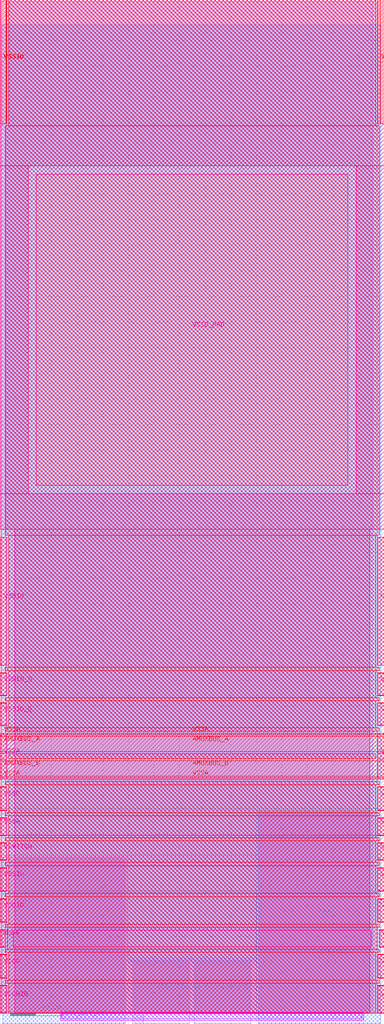
<source format=lef>
VERSION 5.8 ;
  NOWIREEXTENSIONATPIN ON ;
  DIVIDERCHAR "/" ;
  BUSBITCHARS "[]" ;
MACRO sky130_ef_io__vssd_hvc_pad
  CLASS PAD POWER ;
  FOREIGN sky130_ef_io__vssd_hvc_pad ;
  ORIGIN 0.000 0.000 ;
  SIZE 75.000 BY 197.965 ;
  PIN AMUXBUS_A
    DIRECTION INOUT ;
    USE SIGNAL ;
    PORT
      LAYER met4 ;
        RECT 0.000 51.090 75.000 54.070 ;
    END
    PORT
      LAYER met4 ;
        RECT 0.000 51.090 1.270 54.070 ;
    END
  END AMUXBUS_A
  PIN AMUXBUS_B
    DIRECTION INOUT ;
    USE SIGNAL ;
    PORT
      LAYER met4 ;
        RECT 0.000 46.330 75.000 49.310 ;
    END
    PORT
      LAYER met4 ;
        RECT 0.000 46.330 1.270 49.310 ;
    END
  END AMUXBUS_B
  PIN DRN_HVC
    DIRECTION INOUT ;
    USE POWER ;
    PORT
      LAYER met2 ;
        RECT 50.390 -2.035 74.290 23.625 ;
    END
    PORT
      LAYER met3 ;
        RECT 37.890 -2.035 48.890 10.345 ;
    END
  END DRN_HVC
  PIN SRC_BDY_HVC
    DIRECTION INOUT ;
    USE GROUND ;
    PORT
      LAYER met2 ;
        RECT 0.495 -2.035 24.395 0.020 ;
    END
    PORT
      LAYER met3 ;
        RECT 25.895 -2.035 36.895 10.390 ;
    END
  END SRC_BDY_HVC
  PIN VSSD_PAD
    DIRECTION INOUT ;
    USE GROUND ;
    PORT
      LAYER met5 ;
        RECT 7.050 103.085 67.890 163.910 ;
    END
  END VSSD_PAD
  PIN VSSA
    DIRECTION INOUT ;
    USE GROUND ;
    PORT
      LAYER met5 ;
        RECT 73.730 45.700 75.000 54.700 ;
    END
    PORT
      LAYER met5 ;
        RECT 73.730 34.805 75.000 38.050 ;
    END
    PORT
      LAYER met5 ;
        RECT 0.000 45.700 1.270 54.700 ;
    END
    PORT
      LAYER met5 ;
        RECT 0.000 34.805 1.270 38.050 ;
    END
    PORT
      LAYER met4 ;
        RECT 73.730 49.610 75.000 50.790 ;
    END
    PORT
      LAYER met4 ;
        RECT 0.000 54.370 75.000 54.700 ;
    END
    PORT
      LAYER met4 ;
        RECT 0.000 45.700 75.000 46.030 ;
    END
    PORT
      LAYER met4 ;
        RECT 73.730 34.700 75.000 38.150 ;
    END
    PORT
      LAYER met4 ;
        RECT 0.000 45.700 1.270 46.030 ;
    END
    PORT
      LAYER met4 ;
        RECT 0.000 49.610 1.270 50.790 ;
    END
    PORT
      LAYER met4 ;
        RECT 0.000 54.370 1.270 54.700 ;
    END
    PORT
      LAYER met4 ;
        RECT 0.000 34.700 1.270 38.150 ;
    END
  END VSSA
  PIN VDDA
    DIRECTION INOUT ;
    USE POWER ;
    PORT
      LAYER met5 ;
        RECT 74.035 13.000 75.000 16.250 ;
    END
    PORT
      LAYER met5 ;
        RECT 0.000 13.000 0.965 16.250 ;
    END
    PORT
      LAYER met4 ;
        RECT 74.035 12.900 75.000 16.350 ;
    END
    PORT
      LAYER met4 ;
        RECT 0.000 12.900 0.965 16.350 ;
    END
  END VDDA
  PIN VSWITCH
    DIRECTION INOUT ;
    USE POWER ;
    PORT
      LAYER met5 ;
        RECT 73.730 29.950 75.000 33.200 ;
    END
    PORT
      LAYER met5 ;
        RECT 0.000 29.950 1.270 33.200 ;
    END
    PORT
      LAYER met4 ;
        RECT 73.730 29.850 75.000 33.300 ;
    END
    PORT
      LAYER met4 ;
        RECT 0.000 29.850 1.270 33.300 ;
    END
  END VSWITCH
  PIN VDDIO_Q
    DIRECTION INOUT ;
    USE POWER ;
    PORT
      LAYER met5 ;
        RECT 73.730 62.150 75.000 66.400 ;
    END
    PORT
      LAYER met5 ;
        RECT 0.000 62.150 1.270 66.400 ;
    END
    PORT
      LAYER met4 ;
        RECT 73.730 62.050 75.000 66.500 ;
    END
    PORT
      LAYER met4 ;
        RECT 0.000 62.050 1.270 66.500 ;
    END
  END VDDIO_Q
  PIN VCCHIB
    DIRECTION INOUT ;
    USE POWER ;
    PORT
      LAYER met5 ;
        RECT 73.730 0.100 75.000 5.350 ;
    END
    PORT
      LAYER met5 ;
        RECT 0.000 0.100 1.270 5.350 ;
    END
    PORT
      LAYER met4 ;
        RECT 73.730 0.000 75.000 5.450 ;
    END
    PORT
      LAYER met4 ;
        RECT 0.000 0.000 1.270 5.450 ;
    END
  END VCCHIB
  PIN VDDIO
    DIRECTION INOUT ;
    USE POWER ;
    PORT
      LAYER met5 ;
        RECT 73.730 68.000 75.000 92.950 ;
    END
    PORT
      LAYER met5 ;
        RECT 73.730 17.850 75.000 22.300 ;
    END
    PORT
      LAYER met5 ;
        RECT 0.000 68.000 1.270 92.950 ;
    END
    PORT
      LAYER met5 ;
        RECT 0.000 17.850 1.270 22.300 ;
    END
    PORT
      LAYER met4 ;
        RECT 73.730 17.750 75.000 22.400 ;
    END
    PORT
      LAYER met4 ;
        RECT 73.730 68.000 75.000 92.965 ;
    END
    PORT
      LAYER met4 ;
        RECT 0.000 17.750 1.270 22.400 ;
    END
    PORT
      LAYER met4 ;
        RECT 0.000 68.000 1.270 92.965 ;
    END
  END VDDIO
  PIN VCCD
    DIRECTION INOUT ;
    USE POWER ;
    PORT
      LAYER met5 ;
        RECT 73.730 6.950 75.000 11.400 ;
    END
    PORT
      LAYER met5 ;
        RECT 0.000 6.950 1.270 11.400 ;
    END
    PORT
      LAYER met4 ;
        RECT 73.730 6.850 75.000 11.500 ;
    END
    PORT
      LAYER met4 ;
        RECT 0.000 6.850 1.270 11.500 ;
    END
  END VCCD
  PIN VSSIO
    DIRECTION INOUT ;
    USE GROUND ;
    PORT
      LAYER met4 ;
        RECT 0.000 173.750 1.205 197.965 ;
    END
    PORT
      LAYER met4 ;
        RECT 74.225 173.750 75.000 197.965 ;
    END
    PORT
      LAYER met5 ;
        RECT 73.730 23.900 75.000 28.350 ;
    END
    PORT
      LAYER met5 ;
        RECT 0.000 23.900 1.270 28.350 ;
    END
    PORT
      LAYER met4 ;
        RECT 73.730 23.800 75.000 28.450 ;
    END
    PORT
      LAYER met4 ;
        RECT 73.730 173.750 75.000 197.965 ;
    END
    PORT
      LAYER met4 ;
        RECT 0.000 173.750 1.270 197.965 ;
    END
    PORT
      LAYER met4 ;
        RECT 0.000 23.800 1.270 28.450 ;
    END
  END VSSIO
  PIN VSSD
    DIRECTION INOUT ;
    USE GROUND ;
    PORT
      CLASS CORE ;
      LAYER met3 ;
        RECT 0.495 -2.035 24.395 30.480 ;
    END
    PORT
      CLASS CORE ;
      LAYER met3 ;
        RECT 50.390 -2.035 74.290 39.565 ;
    END
    PORT
      LAYER met5 ;
        RECT 73.730 39.650 75.000 44.100 ;
    END
    PORT
      LAYER met5 ;
        RECT 0.000 39.650 1.270 44.100 ;
    END
    PORT
      LAYER met4 ;
        RECT 73.730 39.550 75.000 44.200 ;
    END
    PORT
      LAYER met4 ;
        RECT 0.000 39.550 1.270 44.200 ;
    END
  END VSSD
  PIN VSSIO_Q
    DIRECTION INOUT ;
    USE GROUND ;
    PORT
      LAYER met5 ;
        RECT 73.730 56.300 75.000 60.550 ;
    END
    PORT
      LAYER met5 ;
        RECT 0.000 56.300 1.270 60.550 ;
    END
    PORT
      LAYER met4 ;
        RECT 73.730 56.200 75.000 60.650 ;
    END
    PORT
      LAYER met4 ;
        RECT 0.000 56.200 1.270 60.650 ;
    END
  END VSSIO_Q
  OBS
      LAYER nwell ;
        RECT 11.860 -1.350 70.965 0.170 ;
      LAYER li1 ;
        RECT 1.070 0.000 72.775 197.660 ;
        RECT 12.065 -0.145 13.045 0.000 ;
        RECT 69.760 -0.145 70.650 0.000 ;
        RECT 12.065 -1.035 70.650 -0.145 ;
      LAYER met1 ;
        RECT 0.185 0.000 73.620 197.690 ;
        RECT 12.035 -0.115 13.350 0.000 ;
        POLYGON 13.350 0.000 13.465 -0.115 13.350 -0.115 ;
        POLYGON 69.540 0.000 69.540 -0.115 69.425 -0.115 ;
        RECT 69.540 -0.115 70.680 0.000 ;
        RECT 12.035 -1.065 70.680 -0.115 ;
      LAYER met2 ;
        RECT 0.265 23.905 74.290 193.040 ;
        RECT 0.265 0.300 50.110 23.905 ;
        RECT 24.675 0.000 50.110 0.300 ;
        RECT 25.895 -2.035 27.895 -0.115 ;
      LAYER met3 ;
        RECT 0.240 39.965 74.290 193.065 ;
        RECT 0.240 30.880 49.990 39.965 ;
        RECT 24.795 10.790 49.990 30.880 ;
        RECT 24.795 10.345 25.495 10.790 ;
        RECT 37.295 10.745 49.990 10.790 ;
        RECT 37.295 10.345 37.490 10.745 ;
        RECT 49.290 10.345 49.990 10.745 ;
      LAYER met4 ;
        RECT 1.670 173.350 73.330 197.965 ;
        RECT 0.965 93.365 74.035 173.350 ;
        RECT 1.670 67.600 73.330 93.365 ;
        RECT 0.965 66.900 74.035 67.600 ;
        RECT 1.670 61.650 73.330 66.900 ;
        RECT 0.965 61.050 74.035 61.650 ;
        RECT 1.670 55.800 73.330 61.050 ;
        RECT 0.965 55.100 74.035 55.800 ;
        RECT 1.670 49.710 73.330 50.690 ;
        RECT 0.965 44.600 74.035 45.300 ;
        RECT 1.670 39.150 73.330 44.600 ;
        RECT 0.965 38.550 74.035 39.150 ;
        RECT 1.670 34.300 73.330 38.550 ;
        RECT 0.965 33.700 74.035 34.300 ;
        RECT 1.670 29.450 73.330 33.700 ;
        RECT 0.965 28.850 74.035 29.450 ;
        RECT 1.670 23.400 73.330 28.850 ;
        RECT 0.965 22.800 74.035 23.400 ;
        RECT 1.670 17.350 73.330 22.800 ;
        RECT 0.965 16.750 74.035 17.350 ;
        RECT 1.365 12.500 73.635 16.750 ;
        RECT 0.965 11.900 74.035 12.500 ;
        RECT 1.670 6.450 73.330 11.900 ;
        RECT 0.965 5.850 74.035 6.450 ;
        RECT 1.670 0.000 73.330 5.850 ;
      LAYER met5 ;
        RECT 0.000 165.510 75.000 197.965 ;
        RECT 0.000 101.485 5.450 165.510 ;
        RECT 69.490 101.485 75.000 165.510 ;
        RECT 0.000 94.550 75.000 101.485 ;
        RECT 2.870 34.805 72.130 94.550 ;
        RECT 0.000 34.800 75.000 34.805 ;
        RECT 2.870 16.250 72.130 34.800 ;
        RECT 2.565 13.000 72.435 16.250 ;
        RECT 2.870 0.100 72.130 13.000 ;
  END
END sky130_ef_io__vssd_hvc_pad
END LIBRARY


</source>
